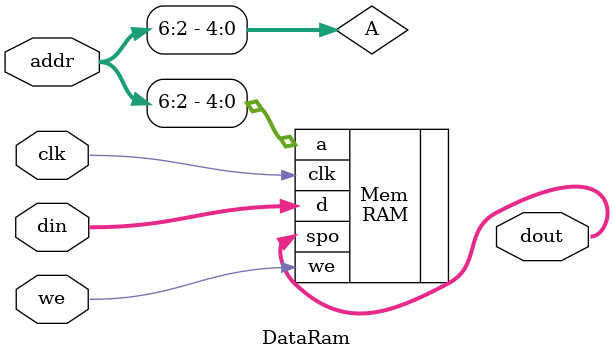
<source format=v>
`timescale 1ns / 1ps
module DataRam(
	input clk,
	input [31:0]addr,
	input [31:0]din,
	input we,
	output [31:0]dout
    );
	//reg [31:0]Mem[0:63];
	
	wire [4:0]A;
	assign A=(addr>>2);
	RAM Mem(.a(A),.d(din),.we(we),.clk(clk),.spo(dout));
	//RAM_BlOCK Mem(.addra(A),.dina(din),.wea(we),.clka(clk),.douta(dout));
	//assign dout=Mem[A];
	
/*	always@(posedge clk)
	begin
		//dout<=Mem[A];
		if(we)
			Mem[A]<=din;
	end 
*/
/*	
	initial
	begin
	Mem[0]=32'h00000000;
	
	
	Mem[20]=32'h00000014;
	Mem[21]=32'h00000003;
	Mem[22]=32'h00000003;
	
	end
*/	
endmodule

</source>
